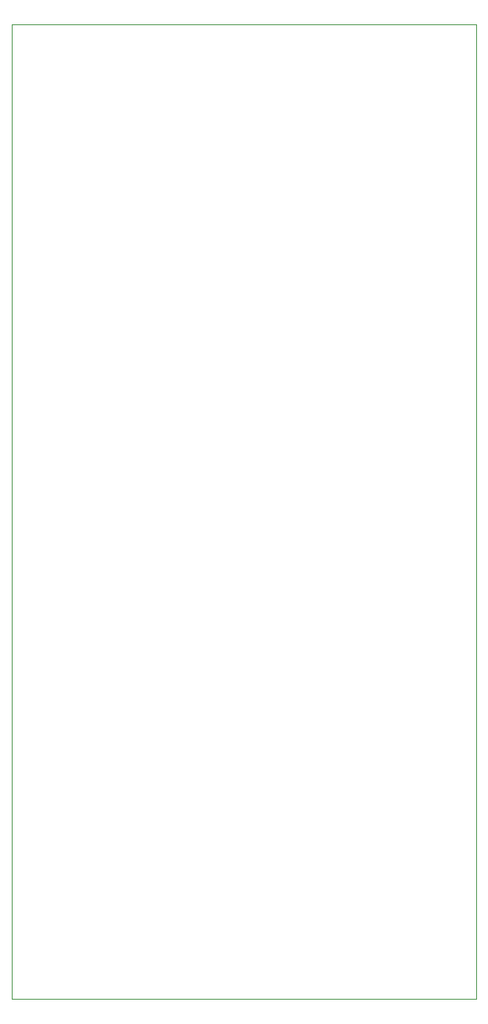
<source format=gbr>
%TF.GenerationSoftware,KiCad,Pcbnew,7.0.10-7.0.10~ubuntu20.04.1*%
%TF.CreationDate,2024-07-25T22:54:36+03:00*%
%TF.ProjectId,Dot-Matrix-Terminal,446f742d-4d61-4747-9269-782d5465726d,rev?*%
%TF.SameCoordinates,PX5f5e100PY8f0d180*%
%TF.FileFunction,Profile,NP*%
%FSLAX46Y46*%
G04 Gerber Fmt 4.6, Leading zero omitted, Abs format (unit mm)*
G04 Created by KiCad (PCBNEW 7.0.10-7.0.10~ubuntu20.04.1) date 2024-07-25 22:54:36*
%MOMM*%
%LPD*%
G01*
G04 APERTURE LIST*
%TA.AperFunction,Profile*%
%ADD10C,0.100000*%
%TD*%
G04 APERTURE END LIST*
D10*
X50000000Y0D02*
X-25400Y0D01*
X-25400Y105000000D01*
X50000000Y105000000D01*
X50000000Y0D01*
M02*

</source>
